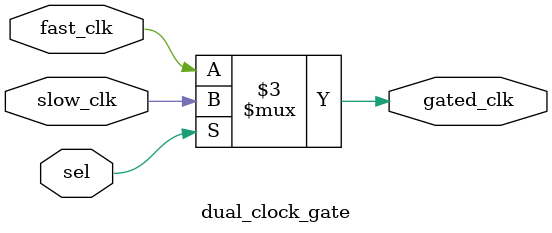
<source format=sv>
module dual_clock_gate (
    input  wire fast_clk,
    input  wire slow_clk,
    input  wire sel,
    output reg  gated_clk
);
    // 使用always块和if-else结构实现时钟选择
    always @(fast_clk or slow_clk or sel) begin
        if (sel) begin
            gated_clk = slow_clk;
        end else begin
            gated_clk = fast_clk;
        end
    end
endmodule
</source>
